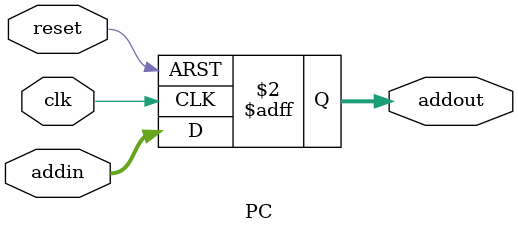
<source format=v>
module PC
#(parameter size=12)
(
 input clk,reset,input [size-1:0] addin,
 output reg[size-1:0] addout
);

always @(posedge clk,posedge reset)
begin
if(reset)
 addout<=0;
else

 addout <= addin;
end

endmodule

</source>
